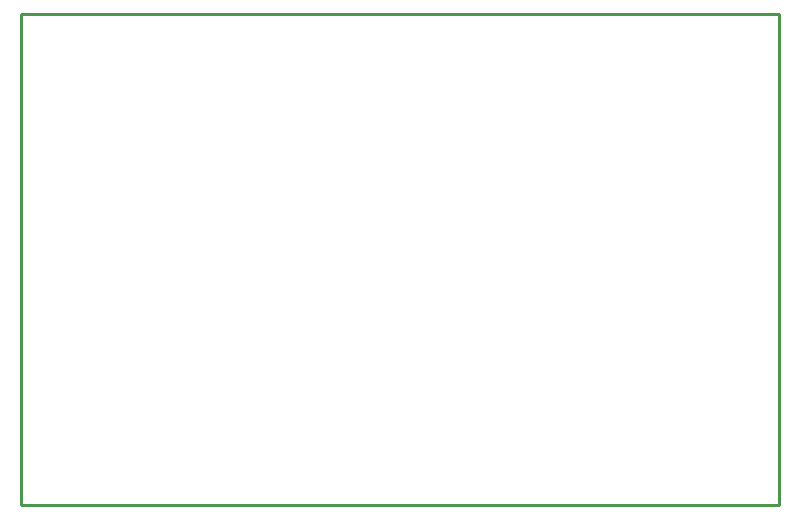
<source format=gbr>
G04 EAGLE Gerber RS-274X export*
G75*
%MOMM*%
%FSLAX34Y34*%
%LPD*%
%IN*%
%IPPOS*%
%AMOC8*
5,1,8,0,0,1.08239X$1,22.5*%
G01*
%ADD10C,0.000000*%
%ADD11C,0.254000*%


D10*
X157480Y-30480D02*
X799900Y-30480D01*
X799900Y385320D01*
X157480Y385320D01*
X157480Y-30480D01*
D11*
X157480Y-30480D02*
X799900Y-30480D01*
X799900Y385320D01*
X157480Y385320D01*
X157480Y-30480D01*
M02*

</source>
